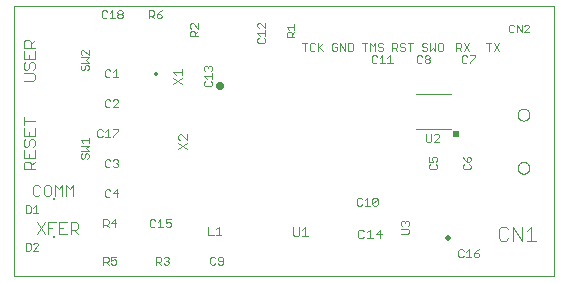
<source format=gto>
G75*
%MOIN*%
%OFA0B0*%
%FSLAX25Y25*%
%IPPOS*%
%LPD*%
%AMOC8*
5,1,8,0,0,1.08239X$1,22.5*
%
%ADD10C,0.00000*%
%ADD11C,0.00300*%
%ADD12C,0.00200*%
%ADD13C,0.02756*%
%ADD14C,0.00400*%
%ADD15R,0.02362X0.02362*%
%ADD16C,0.01378*%
%ADD17C,0.02000*%
%ADD18R,0.00984X0.00984*%
D10*
X0024428Y0011800D02*
X0024428Y0101800D01*
X0204428Y0101800D01*
X0204428Y0011800D01*
X0024428Y0011800D01*
X0192459Y0047942D02*
X0192461Y0048030D01*
X0192467Y0048118D01*
X0192477Y0048206D01*
X0192491Y0048294D01*
X0192508Y0048380D01*
X0192530Y0048466D01*
X0192555Y0048550D01*
X0192585Y0048634D01*
X0192617Y0048716D01*
X0192654Y0048796D01*
X0192694Y0048875D01*
X0192738Y0048952D01*
X0192785Y0049027D01*
X0192835Y0049099D01*
X0192889Y0049170D01*
X0192945Y0049237D01*
X0193005Y0049303D01*
X0193067Y0049365D01*
X0193133Y0049425D01*
X0193200Y0049481D01*
X0193271Y0049535D01*
X0193343Y0049585D01*
X0193418Y0049632D01*
X0193495Y0049676D01*
X0193574Y0049716D01*
X0193654Y0049753D01*
X0193736Y0049785D01*
X0193820Y0049815D01*
X0193904Y0049840D01*
X0193990Y0049862D01*
X0194076Y0049879D01*
X0194164Y0049893D01*
X0194252Y0049903D01*
X0194340Y0049909D01*
X0194428Y0049911D01*
X0194516Y0049909D01*
X0194604Y0049903D01*
X0194692Y0049893D01*
X0194780Y0049879D01*
X0194866Y0049862D01*
X0194952Y0049840D01*
X0195036Y0049815D01*
X0195120Y0049785D01*
X0195202Y0049753D01*
X0195282Y0049716D01*
X0195361Y0049676D01*
X0195438Y0049632D01*
X0195513Y0049585D01*
X0195585Y0049535D01*
X0195656Y0049481D01*
X0195723Y0049425D01*
X0195789Y0049365D01*
X0195851Y0049303D01*
X0195911Y0049237D01*
X0195967Y0049170D01*
X0196021Y0049099D01*
X0196071Y0049027D01*
X0196118Y0048952D01*
X0196162Y0048875D01*
X0196202Y0048796D01*
X0196239Y0048716D01*
X0196271Y0048634D01*
X0196301Y0048550D01*
X0196326Y0048466D01*
X0196348Y0048380D01*
X0196365Y0048294D01*
X0196379Y0048206D01*
X0196389Y0048118D01*
X0196395Y0048030D01*
X0196397Y0047942D01*
X0196395Y0047854D01*
X0196389Y0047766D01*
X0196379Y0047678D01*
X0196365Y0047590D01*
X0196348Y0047504D01*
X0196326Y0047418D01*
X0196301Y0047334D01*
X0196271Y0047250D01*
X0196239Y0047168D01*
X0196202Y0047088D01*
X0196162Y0047009D01*
X0196118Y0046932D01*
X0196071Y0046857D01*
X0196021Y0046785D01*
X0195967Y0046714D01*
X0195911Y0046647D01*
X0195851Y0046581D01*
X0195789Y0046519D01*
X0195723Y0046459D01*
X0195656Y0046403D01*
X0195585Y0046349D01*
X0195513Y0046299D01*
X0195438Y0046252D01*
X0195361Y0046208D01*
X0195282Y0046168D01*
X0195202Y0046131D01*
X0195120Y0046099D01*
X0195036Y0046069D01*
X0194952Y0046044D01*
X0194866Y0046022D01*
X0194780Y0046005D01*
X0194692Y0045991D01*
X0194604Y0045981D01*
X0194516Y0045975D01*
X0194428Y0045973D01*
X0194340Y0045975D01*
X0194252Y0045981D01*
X0194164Y0045991D01*
X0194076Y0046005D01*
X0193990Y0046022D01*
X0193904Y0046044D01*
X0193820Y0046069D01*
X0193736Y0046099D01*
X0193654Y0046131D01*
X0193574Y0046168D01*
X0193495Y0046208D01*
X0193418Y0046252D01*
X0193343Y0046299D01*
X0193271Y0046349D01*
X0193200Y0046403D01*
X0193133Y0046459D01*
X0193067Y0046519D01*
X0193005Y0046581D01*
X0192945Y0046647D01*
X0192889Y0046714D01*
X0192835Y0046785D01*
X0192785Y0046857D01*
X0192738Y0046932D01*
X0192694Y0047009D01*
X0192654Y0047088D01*
X0192617Y0047168D01*
X0192585Y0047250D01*
X0192555Y0047334D01*
X0192530Y0047418D01*
X0192508Y0047504D01*
X0192491Y0047590D01*
X0192477Y0047678D01*
X0192467Y0047766D01*
X0192461Y0047854D01*
X0192459Y0047942D01*
X0192459Y0065658D02*
X0192461Y0065746D01*
X0192467Y0065834D01*
X0192477Y0065922D01*
X0192491Y0066010D01*
X0192508Y0066096D01*
X0192530Y0066182D01*
X0192555Y0066266D01*
X0192585Y0066350D01*
X0192617Y0066432D01*
X0192654Y0066512D01*
X0192694Y0066591D01*
X0192738Y0066668D01*
X0192785Y0066743D01*
X0192835Y0066815D01*
X0192889Y0066886D01*
X0192945Y0066953D01*
X0193005Y0067019D01*
X0193067Y0067081D01*
X0193133Y0067141D01*
X0193200Y0067197D01*
X0193271Y0067251D01*
X0193343Y0067301D01*
X0193418Y0067348D01*
X0193495Y0067392D01*
X0193574Y0067432D01*
X0193654Y0067469D01*
X0193736Y0067501D01*
X0193820Y0067531D01*
X0193904Y0067556D01*
X0193990Y0067578D01*
X0194076Y0067595D01*
X0194164Y0067609D01*
X0194252Y0067619D01*
X0194340Y0067625D01*
X0194428Y0067627D01*
X0194516Y0067625D01*
X0194604Y0067619D01*
X0194692Y0067609D01*
X0194780Y0067595D01*
X0194866Y0067578D01*
X0194952Y0067556D01*
X0195036Y0067531D01*
X0195120Y0067501D01*
X0195202Y0067469D01*
X0195282Y0067432D01*
X0195361Y0067392D01*
X0195438Y0067348D01*
X0195513Y0067301D01*
X0195585Y0067251D01*
X0195656Y0067197D01*
X0195723Y0067141D01*
X0195789Y0067081D01*
X0195851Y0067019D01*
X0195911Y0066953D01*
X0195967Y0066886D01*
X0196021Y0066815D01*
X0196071Y0066743D01*
X0196118Y0066668D01*
X0196162Y0066591D01*
X0196202Y0066512D01*
X0196239Y0066432D01*
X0196271Y0066350D01*
X0196301Y0066266D01*
X0196326Y0066182D01*
X0196348Y0066096D01*
X0196365Y0066010D01*
X0196379Y0065922D01*
X0196389Y0065834D01*
X0196395Y0065746D01*
X0196397Y0065658D01*
X0196395Y0065570D01*
X0196389Y0065482D01*
X0196379Y0065394D01*
X0196365Y0065306D01*
X0196348Y0065220D01*
X0196326Y0065134D01*
X0196301Y0065050D01*
X0196271Y0064966D01*
X0196239Y0064884D01*
X0196202Y0064804D01*
X0196162Y0064725D01*
X0196118Y0064648D01*
X0196071Y0064573D01*
X0196021Y0064501D01*
X0195967Y0064430D01*
X0195911Y0064363D01*
X0195851Y0064297D01*
X0195789Y0064235D01*
X0195723Y0064175D01*
X0195656Y0064119D01*
X0195585Y0064065D01*
X0195513Y0064015D01*
X0195438Y0063968D01*
X0195361Y0063924D01*
X0195282Y0063884D01*
X0195202Y0063847D01*
X0195120Y0063815D01*
X0195036Y0063785D01*
X0194952Y0063760D01*
X0194866Y0063738D01*
X0194780Y0063721D01*
X0194692Y0063707D01*
X0194604Y0063697D01*
X0194516Y0063691D01*
X0194428Y0063689D01*
X0194340Y0063691D01*
X0194252Y0063697D01*
X0194164Y0063707D01*
X0194076Y0063721D01*
X0193990Y0063738D01*
X0193904Y0063760D01*
X0193820Y0063785D01*
X0193736Y0063815D01*
X0193654Y0063847D01*
X0193574Y0063884D01*
X0193495Y0063924D01*
X0193418Y0063968D01*
X0193343Y0064015D01*
X0193271Y0064065D01*
X0193200Y0064119D01*
X0193133Y0064175D01*
X0193067Y0064235D01*
X0193005Y0064297D01*
X0192945Y0064363D01*
X0192889Y0064430D01*
X0192835Y0064501D01*
X0192785Y0064573D01*
X0192738Y0064648D01*
X0192694Y0064725D01*
X0192654Y0064804D01*
X0192617Y0064884D01*
X0192585Y0064966D01*
X0192555Y0065050D01*
X0192530Y0065134D01*
X0192508Y0065220D01*
X0192491Y0065306D01*
X0192477Y0065394D01*
X0192467Y0065482D01*
X0192461Y0065570D01*
X0192459Y0065658D01*
D11*
X0192157Y0093200D02*
X0192157Y0095702D01*
X0193825Y0093200D01*
X0193825Y0095702D01*
X0194735Y0095285D02*
X0195152Y0095702D01*
X0195986Y0095702D01*
X0196403Y0095285D01*
X0196403Y0094868D01*
X0194735Y0093200D01*
X0196403Y0093200D01*
X0191247Y0093617D02*
X0190830Y0093200D01*
X0189995Y0093200D01*
X0189578Y0093617D01*
X0189578Y0095285D01*
X0189995Y0095702D01*
X0190830Y0095702D01*
X0191247Y0095285D01*
X0082314Y0059061D02*
X0082314Y0057126D01*
X0080379Y0059061D01*
X0079895Y0059061D01*
X0079411Y0058577D01*
X0079411Y0057610D01*
X0079895Y0057126D01*
X0079411Y0056114D02*
X0082314Y0054180D01*
X0082314Y0056114D02*
X0079411Y0054180D01*
X0044347Y0042216D02*
X0044347Y0038513D01*
X0041878Y0038513D02*
X0041878Y0042216D01*
X0043112Y0040981D01*
X0044347Y0042216D01*
X0040664Y0042216D02*
X0040664Y0038513D01*
X0038195Y0038513D02*
X0038195Y0042216D01*
X0039429Y0040981D01*
X0040664Y0042216D01*
X0036980Y0041598D02*
X0036363Y0042216D01*
X0035129Y0042216D01*
X0034512Y0041598D01*
X0034512Y0039130D01*
X0035129Y0038513D01*
X0036363Y0038513D01*
X0036980Y0039130D01*
X0036980Y0041598D01*
X0033297Y0041598D02*
X0032680Y0042216D01*
X0031446Y0042216D01*
X0030828Y0041598D01*
X0030828Y0039130D01*
X0031446Y0038513D01*
X0032680Y0038513D01*
X0033297Y0039130D01*
X0031466Y0047575D02*
X0027763Y0047575D01*
X0027763Y0049427D01*
X0028380Y0050044D01*
X0029614Y0050044D01*
X0030232Y0049427D01*
X0030232Y0047575D01*
X0030232Y0048809D02*
X0031466Y0050044D01*
X0031466Y0051258D02*
X0027763Y0051258D01*
X0027763Y0053727D01*
X0028380Y0054941D02*
X0028997Y0054941D01*
X0029614Y0055558D01*
X0029614Y0056793D01*
X0030232Y0057410D01*
X0030849Y0057410D01*
X0031466Y0056793D01*
X0031466Y0055558D01*
X0030849Y0054941D01*
X0031466Y0053727D02*
X0031466Y0051258D01*
X0029614Y0051258D02*
X0029614Y0052493D01*
X0028380Y0054941D02*
X0027763Y0055558D01*
X0027763Y0056793D01*
X0028380Y0057410D01*
X0027763Y0058624D02*
X0031466Y0058624D01*
X0031466Y0061093D01*
X0029614Y0059859D02*
X0029614Y0058624D01*
X0027763Y0058624D02*
X0027763Y0061093D01*
X0027763Y0062308D02*
X0027763Y0064776D01*
X0027763Y0063542D02*
X0031466Y0063542D01*
X0030849Y0076950D02*
X0027763Y0076950D01*
X0030849Y0076950D02*
X0031466Y0077567D01*
X0031466Y0078802D01*
X0030849Y0079419D01*
X0027763Y0079419D01*
X0028380Y0080633D02*
X0028997Y0080633D01*
X0029614Y0081250D01*
X0029614Y0082485D01*
X0030232Y0083102D01*
X0030849Y0083102D01*
X0031466Y0082485D01*
X0031466Y0081250D01*
X0030849Y0080633D01*
X0028380Y0080633D02*
X0027763Y0081250D01*
X0027763Y0082485D01*
X0028380Y0083102D01*
X0027763Y0084316D02*
X0031466Y0084316D01*
X0031466Y0086785D01*
X0031466Y0087999D02*
X0027763Y0087999D01*
X0027763Y0089851D01*
X0028380Y0090468D01*
X0029614Y0090468D01*
X0030232Y0089851D01*
X0030232Y0087999D01*
X0030232Y0089234D02*
X0031466Y0090468D01*
X0027763Y0086785D02*
X0027763Y0084316D01*
X0029614Y0084316D02*
X0029614Y0085551D01*
X0077605Y0079850D02*
X0078573Y0078883D01*
X0077605Y0079850D02*
X0080508Y0079850D01*
X0080508Y0078883D02*
X0080508Y0080818D01*
X0080508Y0077871D02*
X0077605Y0075936D01*
X0077605Y0077871D02*
X0080508Y0075936D01*
X0045292Y0029716D02*
X0043440Y0029716D01*
X0043440Y0026012D01*
X0042226Y0026012D02*
X0039757Y0026012D01*
X0039757Y0029716D01*
X0042226Y0029716D01*
X0040992Y0027864D02*
X0039757Y0027864D01*
X0038543Y0029716D02*
X0036074Y0029716D01*
X0036074Y0026012D01*
X0034860Y0026012D02*
X0032391Y0029716D01*
X0034860Y0029716D02*
X0032391Y0026012D01*
X0036074Y0027864D02*
X0037309Y0027864D01*
X0043440Y0027247D02*
X0045292Y0027247D01*
X0045909Y0027864D01*
X0045909Y0029098D01*
X0045292Y0029716D01*
X0044675Y0027247D02*
X0045909Y0026012D01*
X0117693Y0025635D02*
X0118176Y0025151D01*
X0119144Y0025151D01*
X0119628Y0025635D01*
X0119628Y0028053D01*
X0120639Y0027086D02*
X0121607Y0028053D01*
X0121607Y0025151D01*
X0122574Y0025151D02*
X0120639Y0025151D01*
X0117693Y0025635D02*
X0117693Y0028053D01*
X0139266Y0026869D02*
X0139266Y0024934D01*
X0139750Y0024450D01*
X0140717Y0024450D01*
X0141201Y0024934D01*
X0142212Y0024450D02*
X0144147Y0024450D01*
X0143180Y0024450D02*
X0143180Y0027352D01*
X0142212Y0026385D01*
X0141201Y0026869D02*
X0140717Y0027352D01*
X0139750Y0027352D01*
X0139266Y0026869D01*
X0145159Y0025901D02*
X0147094Y0025901D01*
X0146610Y0024450D02*
X0146610Y0027352D01*
X0145159Y0025901D01*
D12*
X0153601Y0025962D02*
X0155770Y0025962D01*
X0156203Y0026396D01*
X0156203Y0027264D01*
X0155770Y0027697D01*
X0153601Y0027697D01*
X0154035Y0028541D02*
X0153601Y0028974D01*
X0153601Y0029842D01*
X0154035Y0030276D01*
X0154469Y0030276D01*
X0154902Y0029842D01*
X0155336Y0030276D01*
X0155770Y0030276D01*
X0156203Y0029842D01*
X0156203Y0028974D01*
X0155770Y0028541D01*
X0154902Y0029408D02*
X0154902Y0029842D01*
X0145770Y0035796D02*
X0145336Y0035363D01*
X0144469Y0035363D01*
X0144035Y0035796D01*
X0145770Y0037531D01*
X0145770Y0035796D01*
X0145770Y0037531D02*
X0145336Y0037965D01*
X0144469Y0037965D01*
X0144035Y0037531D01*
X0144035Y0035796D01*
X0143191Y0035363D02*
X0141457Y0035363D01*
X0142324Y0035363D02*
X0142324Y0037965D01*
X0141457Y0037097D01*
X0140613Y0037531D02*
X0140180Y0037965D01*
X0139312Y0037965D01*
X0138878Y0037531D01*
X0138878Y0035796D01*
X0139312Y0035363D01*
X0140180Y0035363D01*
X0140613Y0035796D01*
X0162989Y0047827D02*
X0163422Y0047394D01*
X0165157Y0047394D01*
X0165591Y0047827D01*
X0165591Y0048695D01*
X0165157Y0049128D01*
X0165157Y0049972D02*
X0165591Y0050405D01*
X0165591Y0051273D01*
X0165157Y0051707D01*
X0164290Y0051707D01*
X0163856Y0051273D01*
X0163856Y0050839D01*
X0164290Y0049972D01*
X0162989Y0049972D01*
X0162989Y0051707D01*
X0163422Y0049128D02*
X0162989Y0048695D01*
X0162989Y0047827D01*
X0174239Y0047827D02*
X0174672Y0047394D01*
X0176407Y0047394D01*
X0176841Y0047827D01*
X0176841Y0048695D01*
X0176407Y0049128D01*
X0176407Y0049972D02*
X0176841Y0050405D01*
X0176841Y0051273D01*
X0176407Y0051707D01*
X0175974Y0051707D01*
X0175540Y0051273D01*
X0175540Y0049972D01*
X0176407Y0049972D01*
X0175540Y0049972D02*
X0174672Y0050839D01*
X0174239Y0051707D01*
X0174672Y0049128D02*
X0174239Y0048695D01*
X0174239Y0047827D01*
X0166194Y0056590D02*
X0164459Y0056590D01*
X0166194Y0058325D01*
X0166194Y0058758D01*
X0165760Y0059192D01*
X0164893Y0059192D01*
X0164459Y0058758D01*
X0163616Y0059192D02*
X0163616Y0057024D01*
X0163182Y0056590D01*
X0162315Y0056590D01*
X0161881Y0057024D01*
X0161881Y0059192D01*
X0161890Y0082863D02*
X0161457Y0083296D01*
X0161457Y0083730D01*
X0161890Y0084164D01*
X0162758Y0084164D01*
X0163191Y0083730D01*
X0163191Y0083296D01*
X0162758Y0082863D01*
X0161890Y0082863D01*
X0161890Y0084164D02*
X0161457Y0084597D01*
X0161457Y0085031D01*
X0161890Y0085465D01*
X0162758Y0085465D01*
X0163191Y0085031D01*
X0163191Y0084597D01*
X0162758Y0084164D01*
X0160613Y0085031D02*
X0160180Y0085465D01*
X0159312Y0085465D01*
X0158878Y0085031D01*
X0158878Y0083296D01*
X0159312Y0082863D01*
X0160180Y0082863D01*
X0160613Y0083296D01*
X0161095Y0086912D02*
X0160661Y0087346D01*
X0161095Y0086912D02*
X0161962Y0086912D01*
X0162396Y0087346D01*
X0162396Y0087780D01*
X0161962Y0088214D01*
X0161095Y0088214D01*
X0160661Y0088647D01*
X0160661Y0089081D01*
X0161095Y0089515D01*
X0161962Y0089515D01*
X0162396Y0089081D01*
X0163239Y0089515D02*
X0163239Y0086912D01*
X0164107Y0087780D01*
X0164974Y0086912D01*
X0164974Y0089515D01*
X0165818Y0089081D02*
X0165818Y0087346D01*
X0166251Y0086912D01*
X0167119Y0086912D01*
X0167552Y0087346D01*
X0167552Y0089081D01*
X0167119Y0089515D01*
X0166251Y0089515D01*
X0165818Y0089081D01*
X0171950Y0089515D02*
X0171950Y0086912D01*
X0171950Y0087780D02*
X0173251Y0087780D01*
X0173685Y0088214D01*
X0173685Y0089081D01*
X0173251Y0089515D01*
X0171950Y0089515D01*
X0172818Y0087780D02*
X0173685Y0086912D01*
X0174528Y0086912D02*
X0176263Y0089515D01*
X0174528Y0089515D02*
X0176263Y0086912D01*
X0176457Y0085465D02*
X0178191Y0085465D01*
X0178191Y0085031D01*
X0176457Y0083296D01*
X0176457Y0082863D01*
X0175613Y0083296D02*
X0175180Y0082863D01*
X0174312Y0082863D01*
X0173878Y0083296D01*
X0173878Y0085031D01*
X0174312Y0085465D01*
X0175180Y0085465D01*
X0175613Y0085031D01*
X0182818Y0086912D02*
X0182818Y0089515D01*
X0183685Y0089515D02*
X0181950Y0089515D01*
X0184528Y0089515D02*
X0186263Y0086912D01*
X0184528Y0086912D02*
X0186263Y0089515D01*
X0157552Y0089515D02*
X0155818Y0089515D01*
X0156685Y0089515D02*
X0156685Y0086912D01*
X0154974Y0087346D02*
X0154540Y0086912D01*
X0153673Y0086912D01*
X0153239Y0087346D01*
X0152396Y0086912D02*
X0151529Y0087780D01*
X0151962Y0087780D02*
X0150661Y0087780D01*
X0150661Y0086912D02*
X0150661Y0089515D01*
X0151962Y0089515D01*
X0152396Y0089081D01*
X0152396Y0088214D01*
X0151962Y0087780D01*
X0153239Y0088647D02*
X0153673Y0088214D01*
X0154540Y0088214D01*
X0154974Y0087780D01*
X0154974Y0087346D01*
X0154974Y0089081D02*
X0154540Y0089515D01*
X0153673Y0089515D01*
X0153239Y0089081D01*
X0153239Y0088647D01*
X0147552Y0089081D02*
X0147119Y0089515D01*
X0146251Y0089515D01*
X0145818Y0089081D01*
X0145818Y0088647D01*
X0146251Y0088214D01*
X0147119Y0088214D01*
X0147552Y0087780D01*
X0147552Y0087346D01*
X0147119Y0086912D01*
X0146251Y0086912D01*
X0145818Y0087346D01*
X0144974Y0086912D02*
X0144974Y0089515D01*
X0144107Y0088647D01*
X0143239Y0089515D01*
X0143239Y0086912D01*
X0141529Y0086912D02*
X0141529Y0089515D01*
X0142396Y0089515D02*
X0140661Y0089515D01*
X0137552Y0089081D02*
X0137552Y0087346D01*
X0137119Y0086912D01*
X0135818Y0086912D01*
X0135818Y0089515D01*
X0137119Y0089515D01*
X0137552Y0089081D01*
X0134974Y0089515D02*
X0134974Y0086912D01*
X0133239Y0089515D01*
X0133239Y0086912D01*
X0132396Y0087346D02*
X0132396Y0088214D01*
X0131529Y0088214D01*
X0132396Y0089081D02*
X0131962Y0089515D01*
X0131095Y0089515D01*
X0130661Y0089081D01*
X0130661Y0087346D01*
X0131095Y0086912D01*
X0131962Y0086912D01*
X0132396Y0087346D01*
X0127552Y0086912D02*
X0126251Y0088214D01*
X0125818Y0087780D02*
X0127552Y0089515D01*
X0125818Y0089515D02*
X0125818Y0086912D01*
X0124974Y0087346D02*
X0124540Y0086912D01*
X0123673Y0086912D01*
X0123239Y0087346D01*
X0123239Y0089081D01*
X0123673Y0089515D01*
X0124540Y0089515D01*
X0124974Y0089081D01*
X0122396Y0089515D02*
X0120661Y0089515D01*
X0121529Y0089515D02*
X0121529Y0086912D01*
X0118066Y0091431D02*
X0115464Y0091431D01*
X0115464Y0092732D01*
X0115897Y0093166D01*
X0116765Y0093166D01*
X0117199Y0092732D01*
X0117199Y0091431D01*
X0117199Y0092298D02*
X0118066Y0093166D01*
X0118066Y0094009D02*
X0118066Y0095744D01*
X0118066Y0094877D02*
X0115464Y0094877D01*
X0116331Y0094009D01*
X0108353Y0093778D02*
X0108353Y0092043D01*
X0108353Y0092911D02*
X0105751Y0092911D01*
X0106619Y0092043D01*
X0106185Y0091200D02*
X0105751Y0090766D01*
X0105751Y0089899D01*
X0106185Y0089465D01*
X0107920Y0089465D01*
X0108353Y0089899D01*
X0108353Y0090766D01*
X0107920Y0091200D01*
X0108353Y0094622D02*
X0106619Y0096356D01*
X0106185Y0096356D01*
X0105751Y0095923D01*
X0105751Y0095055D01*
X0106185Y0094622D01*
X0108353Y0094622D02*
X0108353Y0096356D01*
X0085878Y0096057D02*
X0085878Y0094322D01*
X0084144Y0096057D01*
X0083710Y0096057D01*
X0083276Y0095623D01*
X0083276Y0094755D01*
X0083710Y0094322D01*
X0083710Y0093478D02*
X0084577Y0093478D01*
X0085011Y0093045D01*
X0085011Y0091744D01*
X0085011Y0092611D02*
X0085878Y0093478D01*
X0083710Y0093478D02*
X0083276Y0093045D01*
X0083276Y0091744D01*
X0085878Y0091744D01*
X0073841Y0098271D02*
X0073841Y0098705D01*
X0073408Y0099139D01*
X0072107Y0099139D01*
X0072107Y0098271D01*
X0072540Y0097837D01*
X0073408Y0097837D01*
X0073841Y0098271D01*
X0072974Y0100006D02*
X0072107Y0099139D01*
X0071263Y0099139D02*
X0071263Y0100006D01*
X0070830Y0100440D01*
X0069528Y0100440D01*
X0069528Y0097837D01*
X0069528Y0098705D02*
X0070830Y0098705D01*
X0071263Y0099139D01*
X0070396Y0098705D02*
X0071263Y0097837D01*
X0072974Y0100006D02*
X0073841Y0100440D01*
X0060770Y0100031D02*
X0060770Y0099597D01*
X0060336Y0099164D01*
X0059469Y0099164D01*
X0059035Y0099597D01*
X0059035Y0100031D01*
X0059469Y0100465D01*
X0060336Y0100465D01*
X0060770Y0100031D01*
X0060336Y0099164D02*
X0060770Y0098730D01*
X0060770Y0098296D01*
X0060336Y0097862D01*
X0059469Y0097862D01*
X0059035Y0098296D01*
X0059035Y0098730D01*
X0059469Y0099164D01*
X0058191Y0097862D02*
X0056457Y0097862D01*
X0057324Y0097862D02*
X0057324Y0100465D01*
X0056457Y0099597D01*
X0055613Y0100031D02*
X0055180Y0100465D01*
X0054312Y0100465D01*
X0053878Y0100031D01*
X0053878Y0098296D01*
X0054312Y0097862D01*
X0055180Y0097862D01*
X0055613Y0098296D01*
X0049441Y0087307D02*
X0049441Y0085572D01*
X0047707Y0087307D01*
X0047273Y0087307D01*
X0046839Y0086873D01*
X0046839Y0086005D01*
X0047273Y0085572D01*
X0046839Y0084728D02*
X0049441Y0084728D01*
X0048574Y0083861D01*
X0049441Y0082994D01*
X0046839Y0082994D01*
X0047273Y0082150D02*
X0046839Y0081716D01*
X0046839Y0080849D01*
X0047273Y0080415D01*
X0047707Y0080415D01*
X0048140Y0080849D01*
X0048140Y0081716D01*
X0048574Y0082150D01*
X0049008Y0082150D01*
X0049441Y0081716D01*
X0049441Y0080849D01*
X0049008Y0080415D01*
X0055022Y0080306D02*
X0055022Y0078571D01*
X0055456Y0078138D01*
X0056323Y0078138D01*
X0056757Y0078571D01*
X0057600Y0078138D02*
X0059335Y0078138D01*
X0058468Y0078138D02*
X0058468Y0080740D01*
X0057600Y0079872D01*
X0056757Y0080306D02*
X0056323Y0080740D01*
X0055456Y0080740D01*
X0055022Y0080306D01*
X0055456Y0070740D02*
X0055022Y0070306D01*
X0055022Y0068571D01*
X0055456Y0068138D01*
X0056323Y0068138D01*
X0056757Y0068571D01*
X0057600Y0068138D02*
X0059335Y0069872D01*
X0059335Y0070306D01*
X0058901Y0070740D01*
X0058034Y0070740D01*
X0057600Y0070306D01*
X0056757Y0070306D02*
X0056323Y0070740D01*
X0055456Y0070740D01*
X0057600Y0068138D02*
X0059335Y0068138D01*
X0059285Y0060790D02*
X0057550Y0060790D01*
X0055839Y0060790D02*
X0055839Y0058187D01*
X0054972Y0058187D02*
X0056707Y0058187D01*
X0057550Y0058187D02*
X0057550Y0058621D01*
X0059285Y0060356D01*
X0059285Y0060790D01*
X0055839Y0060790D02*
X0054972Y0059922D01*
X0054129Y0060356D02*
X0053695Y0060790D01*
X0052828Y0060790D01*
X0052394Y0060356D01*
X0052394Y0058621D01*
X0052828Y0058187D01*
X0053695Y0058187D01*
X0054129Y0058621D01*
X0049441Y0057932D02*
X0049441Y0056197D01*
X0049441Y0055353D02*
X0046839Y0055353D01*
X0047707Y0056197D02*
X0046839Y0057064D01*
X0049441Y0057064D01*
X0049441Y0055353D02*
X0048574Y0054486D01*
X0049441Y0053619D01*
X0046839Y0053619D01*
X0047273Y0052775D02*
X0046839Y0052341D01*
X0046839Y0051474D01*
X0047273Y0051040D01*
X0047707Y0051040D01*
X0048140Y0051474D01*
X0048140Y0052341D01*
X0048574Y0052775D01*
X0049008Y0052775D01*
X0049441Y0052341D01*
X0049441Y0051474D01*
X0049008Y0051040D01*
X0055022Y0050306D02*
X0055022Y0048571D01*
X0055456Y0048137D01*
X0056323Y0048137D01*
X0056757Y0048571D01*
X0057600Y0048571D02*
X0058034Y0048137D01*
X0058901Y0048137D01*
X0059335Y0048571D01*
X0059335Y0049005D01*
X0058901Y0049439D01*
X0058468Y0049439D01*
X0058901Y0049439D02*
X0059335Y0049872D01*
X0059335Y0050306D01*
X0058901Y0050740D01*
X0058034Y0050740D01*
X0057600Y0050306D01*
X0056757Y0050306D02*
X0056323Y0050740D01*
X0055456Y0050740D01*
X0055022Y0050306D01*
X0055456Y0040740D02*
X0055022Y0040306D01*
X0055022Y0038571D01*
X0055456Y0038138D01*
X0056323Y0038138D01*
X0056757Y0038571D01*
X0057600Y0039439D02*
X0059335Y0039439D01*
X0058901Y0038138D02*
X0058901Y0040740D01*
X0057600Y0039439D01*
X0056757Y0040306D02*
X0056323Y0040740D01*
X0055456Y0040740D01*
X0055673Y0030765D02*
X0054372Y0030765D01*
X0054372Y0028162D01*
X0054372Y0029030D02*
X0055673Y0029030D01*
X0056107Y0029464D01*
X0056107Y0030331D01*
X0055673Y0030765D01*
X0056950Y0029464D02*
X0058251Y0030765D01*
X0058251Y0028162D01*
X0058685Y0029464D02*
X0056950Y0029464D01*
X0056107Y0028162D02*
X0055239Y0029030D01*
X0069944Y0028571D02*
X0070378Y0028137D01*
X0071245Y0028137D01*
X0071679Y0028571D01*
X0072522Y0028137D02*
X0074257Y0028137D01*
X0073389Y0028137D02*
X0073389Y0030740D01*
X0072522Y0029872D01*
X0071679Y0030306D02*
X0071245Y0030740D01*
X0070378Y0030740D01*
X0069944Y0030306D01*
X0069944Y0028571D01*
X0075100Y0028571D02*
X0075534Y0028137D01*
X0076401Y0028137D01*
X0076835Y0028571D01*
X0076835Y0029439D01*
X0076401Y0029872D01*
X0075968Y0029872D01*
X0075100Y0029439D01*
X0075100Y0030740D01*
X0076835Y0030740D01*
X0089372Y0028265D02*
X0089372Y0025662D01*
X0091107Y0025662D01*
X0091950Y0025662D02*
X0093685Y0025662D01*
X0092818Y0025662D02*
X0092818Y0028265D01*
X0091950Y0027397D01*
X0091323Y0018240D02*
X0090456Y0018240D01*
X0090022Y0017806D01*
X0090022Y0016071D01*
X0090456Y0015637D01*
X0091323Y0015637D01*
X0091757Y0016071D01*
X0092600Y0016071D02*
X0093034Y0015637D01*
X0093901Y0015637D01*
X0094335Y0016071D01*
X0094335Y0017806D01*
X0093901Y0018240D01*
X0093034Y0018240D01*
X0092600Y0017806D01*
X0092600Y0017372D01*
X0093034Y0016939D01*
X0094335Y0016939D01*
X0091757Y0017806D02*
X0091323Y0018240D01*
X0076185Y0017831D02*
X0076185Y0017397D01*
X0075751Y0016964D01*
X0076185Y0016530D01*
X0076185Y0016096D01*
X0075751Y0015662D01*
X0074884Y0015662D01*
X0074450Y0016096D01*
X0073607Y0015662D02*
X0072739Y0016530D01*
X0073173Y0016530D02*
X0071872Y0016530D01*
X0071872Y0015662D02*
X0071872Y0018265D01*
X0073173Y0018265D01*
X0073607Y0017831D01*
X0073607Y0016964D01*
X0073173Y0016530D01*
X0074450Y0017831D02*
X0074884Y0018265D01*
X0075751Y0018265D01*
X0076185Y0017831D01*
X0075751Y0016964D02*
X0075318Y0016964D01*
X0058685Y0016964D02*
X0058685Y0016096D01*
X0058251Y0015662D01*
X0057384Y0015662D01*
X0056950Y0016096D01*
X0056950Y0016964D02*
X0057818Y0017397D01*
X0058251Y0017397D01*
X0058685Y0016964D01*
X0058685Y0018265D02*
X0056950Y0018265D01*
X0056950Y0016964D01*
X0056107Y0016964D02*
X0055673Y0016530D01*
X0054372Y0016530D01*
X0055239Y0016530D02*
X0056107Y0015662D01*
X0056107Y0016964D02*
X0056107Y0017831D01*
X0055673Y0018265D01*
X0054372Y0018265D01*
X0054372Y0015662D01*
X0032748Y0020350D02*
X0031013Y0020350D01*
X0032748Y0022085D01*
X0032748Y0022519D01*
X0032314Y0022952D01*
X0031446Y0022952D01*
X0031013Y0022519D01*
X0030169Y0022519D02*
X0029736Y0022952D01*
X0028435Y0022952D01*
X0028435Y0020350D01*
X0029736Y0020350D01*
X0030169Y0020784D01*
X0030169Y0022519D01*
X0029736Y0032850D02*
X0028435Y0032850D01*
X0028435Y0035452D01*
X0029736Y0035452D01*
X0030169Y0035019D01*
X0030169Y0033284D01*
X0029736Y0032850D01*
X0031013Y0032850D02*
X0032748Y0032850D01*
X0031880Y0032850D02*
X0031880Y0035452D01*
X0031013Y0034585D01*
X0087939Y0075512D02*
X0088372Y0075078D01*
X0090107Y0075078D01*
X0090541Y0075512D01*
X0090541Y0076379D01*
X0090107Y0076813D01*
X0090541Y0077656D02*
X0090541Y0079391D01*
X0090541Y0078523D02*
X0087939Y0078523D01*
X0088806Y0077656D01*
X0088372Y0076813D02*
X0087939Y0076379D01*
X0087939Y0075512D01*
X0088372Y0080234D02*
X0087939Y0080668D01*
X0087939Y0081535D01*
X0088372Y0081969D01*
X0088806Y0081969D01*
X0089240Y0081535D01*
X0089674Y0081969D01*
X0090107Y0081969D01*
X0090541Y0081535D01*
X0090541Y0080668D01*
X0090107Y0080234D01*
X0089240Y0081102D02*
X0089240Y0081535D01*
X0143878Y0083296D02*
X0144312Y0082863D01*
X0145180Y0082863D01*
X0145613Y0083296D01*
X0146457Y0082863D02*
X0148191Y0082863D01*
X0149035Y0082863D02*
X0150770Y0082863D01*
X0149902Y0082863D02*
X0149902Y0085465D01*
X0149035Y0084597D01*
X0147324Y0085465D02*
X0147324Y0082863D01*
X0143878Y0083296D02*
X0143878Y0085031D01*
X0144312Y0085465D01*
X0145180Y0085465D01*
X0145613Y0085031D01*
X0146457Y0084597D02*
X0147324Y0085465D01*
X0173140Y0020790D02*
X0172706Y0020356D01*
X0172706Y0018621D01*
X0173140Y0018188D01*
X0174007Y0018188D01*
X0174441Y0018621D01*
X0175285Y0018188D02*
X0177019Y0018188D01*
X0176152Y0018188D02*
X0176152Y0020790D01*
X0175285Y0019922D01*
X0174441Y0020356D02*
X0174007Y0020790D01*
X0173140Y0020790D01*
X0177863Y0019489D02*
X0177863Y0018621D01*
X0178296Y0018188D01*
X0179164Y0018188D01*
X0179598Y0018621D01*
X0179598Y0019055D01*
X0179164Y0019489D01*
X0177863Y0019489D01*
X0178730Y0020356D01*
X0179598Y0020790D01*
D13*
X0093306Y0075304D03*
D14*
X0158523Y0072706D02*
X0170334Y0072706D01*
X0170334Y0060894D02*
X0158523Y0060894D01*
X0187054Y0028262D02*
X0186287Y0027495D01*
X0186287Y0024426D01*
X0187054Y0023658D01*
X0188589Y0023658D01*
X0189356Y0024426D01*
X0190891Y0023658D02*
X0190891Y0028262D01*
X0193960Y0023658D01*
X0193960Y0028262D01*
X0195495Y0026728D02*
X0197029Y0028262D01*
X0197029Y0023658D01*
X0195495Y0023658D02*
X0198564Y0023658D01*
X0189356Y0027495D02*
X0188589Y0028262D01*
X0187054Y0028262D01*
D15*
X0171909Y0059320D03*
D16*
X0071928Y0079300D03*
D17*
X0169228Y0024443D03*
D18*
X0037999Y0024925D03*
X0037999Y0037425D03*
M02*

</source>
